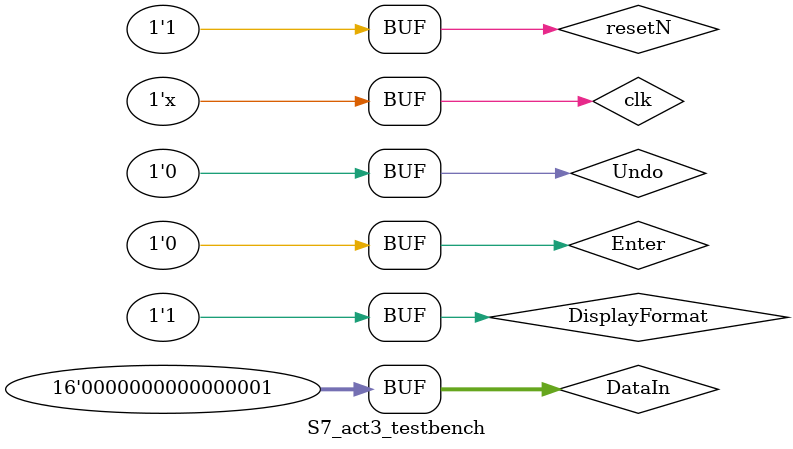
<source format=sv>
`timescale 1ns / 1ps

module S7_act3_testbench();
	logic clk, resetN, Enter, Undo, DisplayFormat;
	logic [15:0] DataIn;
	logic [6:0] Segments;
	logic [7:0] Anodes;
	logic [3:0] Flags;
	logic [2:0] Status;					//Se declaran las señales de entrada al módulo

	S7_actividad3 #(
    .N_DEBOUNCER      (10)
) DUT (
    .clk              (clk),
    .resetN           (resetN),
    .Enter            (Enter),
    .Undo             (Undo),
    .DisplayFormat    (DisplayFormat),
    .DataIn           (DataIn),
    .Segments         (Segments),
    .Anodes           (Anodes),
    .Flags            (Flags),
    .Status           (Status)
);

	//Se busca comprobar el funcionamiento de la última sección del módulo, puesto que todo el resto se comprobó que funcionaba.
	//


	always #2 clk = ~clk;				//Se genera la señal de clock

	initial begin					
		
		clk = 0;				
		resetN = 0;				//Se inicia con un reset para inicializar los flip flops
		Enter = 0;	
		Undo = 0;
		DisplayFormat = 0;			//se muestra el número en hexadecimal
		DataIn = 0;
		
	#10

		resetN = 1;				//Se "apaga" el reset

	#5

		DataIn = 16'hFFFF;			//Se debe ver 0000FFFF en los displays

	#15

		DisplayFormat = 1;			//Se debe ver 00065535 en los displays

	#300						//Hay que darle tiempo al módulo para que haga la conversión

		Enter = 1;				//Se guarda DataIn en el registro A
		DisplayFormat = 0;			//Se debe ver 0000FFFF en los displays

	#48						//Enter debe estar en alto lo suficiente para que alcance a ser detectado por el debouncer
	
		Enter = 0;
		DataIn = 16'h005A;			//Se debe ver 0000005A en los displays

	#15

		DisplayFormat = 1;			//Se debe ver 00000090 en los displays

	#300

		Enter = 1;				//Se guarda DataIn en el registro b
		DisplayFormat = 0;			//Se debe ver 000005A en los displays

	#48

		Enter = 0;
		DataIn = 16'h0001;			//Se debe ver 00000001 en los displays
							//Operación: Resta
	#15

		DisplayFormat = 1;			//Se debe ver 00000001 en los displays

	#300

		Enter = 1;				//Se guarda DataIn en el registro OpCode
		DisplayFormat = 0;			//Se debe ver 00000001 en los displays

	#48

		Enter = 0;				//Se debe ver el resultado (FFA5) en los displays
	
	#15

		DisplayFormat = 1;			//Se debe ver 65445 en los displays

	#300
		
		Undo = 1;				//De vuelta al estado Entering OpCode
		DisplayFormat = 0;			//Se debe ver 00000001 en los displays (DataIn)

        // Carga de datos en A:
		#5 Undo = 0;
		#5 resetN = 0;
		#5 resetN = 1;
		DisplayFormat = 1;
        DataIn  = 16'hFFFF;
        Enter   = 1;
        #200 Enter = 0;
        #15

        // Carga de datos en B:

        DataIn  = 16'h0101;
        Enter   = 1;
        #200 Enter = 0;
        #15

        // Carga de datos en Op y mostrar resultados:

        DataIn  = 16'h0001;
        Enter   = 1;
        #200 Enter = 0;
    /*    #15

        //Volver al estado inicial:
        Enter   = 1;
        #50 Enter = 0;


	*/

	end
endmodule















</source>
